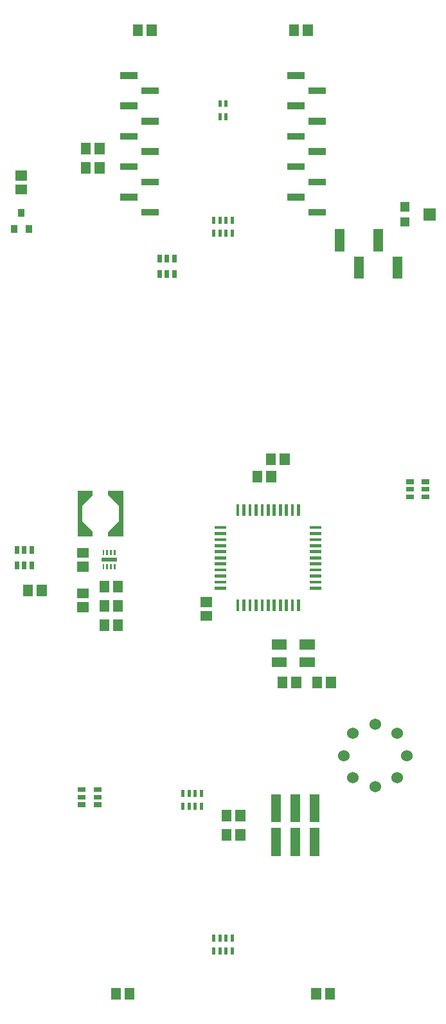
<source format=gbr>
G04 start of page 10 for group -4015 idx -4015 *
G04 Title: (unknown), toppaste *
G04 Creator: pcb 20140316 *
G04 CreationDate: Tue 22 Aug 2017 02:05:26 AM GMT UTC *
G04 For: railfan *
G04 Format: Gerber/RS-274X *
G04 PCB-Dimensions (mil): 2750.00 5500.00 *
G04 PCB-Coordinate-Origin: lower left *
%MOIN*%
%FSLAX25Y25*%
%LNTOPPASTE*%
%ADD142R,0.0350X0.0350*%
%ADD141C,0.0600*%
%ADD140R,0.0500X0.0500*%
%ADD139R,0.0340X0.0340*%
%ADD138C,0.0001*%
%ADD137R,0.0230X0.0230*%
%ADD136R,0.0197X0.0197*%
%ADD135R,0.0098X0.0098*%
%ADD134R,0.0512X0.0512*%
%ADD133R,0.0240X0.0240*%
%ADD132R,0.0630X0.0630*%
%ADD131R,0.0470X0.0470*%
%ADD130R,0.0167X0.0167*%
%ADD129R,0.0157X0.0157*%
G54D129*X145252Y243028D02*Y238602D01*
X148401Y243028D02*Y238602D01*
X151551Y243028D02*Y238602D01*
X154700Y243028D02*Y238602D01*
X157850Y243028D02*Y238602D01*
X161000Y243028D02*Y238602D01*
X164149Y243028D02*Y238602D01*
X167299Y243028D02*Y238602D01*
X170448Y243028D02*Y238602D01*
X173598Y243028D02*Y238602D01*
X176748Y243028D02*Y238602D01*
X183472Y249752D02*X187898D01*
X183472Y252901D02*X187898D01*
X183472Y256051D02*X187898D01*
X183472Y259200D02*X187898D01*
X183472Y262350D02*X187898D01*
X183472Y265500D02*X187898D01*
X183472Y268649D02*X187898D01*
X183472Y271799D02*X187898D01*
X183472Y274948D02*X187898D01*
X183472Y278098D02*X187898D01*
X183472Y281248D02*X187898D01*
X176748Y292398D02*Y287972D01*
X173599Y292398D02*Y287972D01*
X170449Y292398D02*Y287972D01*
X167300Y292398D02*Y287972D01*
X164150Y292398D02*Y287972D01*
X161000Y292398D02*Y287972D01*
X157851Y292398D02*Y287972D01*
X154701Y292398D02*Y287972D01*
X151552Y292398D02*Y287972D01*
X148402Y292398D02*Y287972D01*
X145252Y292398D02*Y287972D01*
X134102Y281248D02*X138528D01*
X134102Y278099D02*X138528D01*
X134102Y274949D02*X138528D01*
X134102Y271800D02*X138528D01*
X134102Y268650D02*X138528D01*
X134102Y265500D02*X138528D01*
X134102Y262351D02*X138528D01*
X134102Y259201D02*X138528D01*
X134102Y256052D02*X138528D01*
X134102Y252902D02*X138528D01*
X134102Y249752D02*X138528D01*
G54D130*X132776Y434587D02*Y432717D01*
X135925Y434587D02*Y432717D01*
X139075Y434587D02*Y432717D01*
X142224Y434587D02*Y432717D01*
Y441283D02*Y439413D01*
X139075Y441283D02*Y439413D01*
X135925Y441283D02*Y439413D01*
X132776Y441283D02*Y439413D01*
G54D131*X231950Y447401D02*Y447400D01*
Y439600D02*Y439599D01*
G54D132*X244750Y443500D02*Y443499D01*
G54D133*X30600Y262300D02*Y260700D01*
X34500Y262300D02*Y260700D01*
X38400Y262300D02*Y260700D01*
Y270500D02*Y268900D01*
X34500Y270500D02*Y268900D01*
X30600Y270500D02*Y268900D01*
G54D134*X36457Y248893D02*Y248107D01*
X43543Y248893D02*Y248107D01*
X75957Y250893D02*Y250107D01*
X83043Y250893D02*Y250107D01*
Y230893D02*Y230107D01*
X75957Y230893D02*Y230107D01*
X83043Y240893D02*Y240107D01*
X75957Y240893D02*Y240107D01*
X64607Y247043D02*X65393D01*
X64607Y239957D02*X65393D01*
G54D135*X75547Y261744D02*Y259972D01*
X77516Y261744D02*Y259972D01*
X79484Y261744D02*Y259972D01*
X81453Y261744D02*Y259972D01*
Y269028D02*Y267256D01*
X79484Y269028D02*Y267256D01*
X77516Y269028D02*Y267256D01*
X75547Y269028D02*Y267256D01*
G54D136*Y264500D02*X81453D01*
G54D134*X64607Y268043D02*X65393D01*
X64607Y260957D02*X65393D01*
G54D137*X63300Y299200D02*Y277800D01*
X68900D01*
X63300Y299200D02*X68900D01*
X84700D02*Y277800D01*
X79100D02*X84700D01*
X79100Y299200D02*X84700D01*
G54D138*G36*
X64450Y284544D02*X70044Y278950D01*
X67923Y276829D01*
X62329Y282423D01*
X64450Y284544D01*
G37*
G36*
X62329Y294577D02*X67923Y300171D01*
X70044Y298050D01*
X64450Y292456D01*
X62329Y294577D01*
G37*
G36*
X77956Y278950D02*X83550Y284544D01*
X85671Y282423D01*
X80077Y276829D01*
X77956Y278950D01*
G37*
G36*
X80077Y300171D02*X85671Y294577D01*
X83550Y292456D01*
X77956Y298050D01*
X80077Y300171D01*
G37*
G36*
X62650Y280750D02*Y277150D01*
X66250D01*
Y280750D01*
X62650D01*
G37*
G36*
Y299850D02*Y296250D01*
X66250D01*
Y299850D01*
X62650D01*
G37*
G36*
X81750Y280750D02*Y277150D01*
X85350D01*
Y280750D01*
X81750D01*
G37*
G36*
Y299850D02*Y296250D01*
X85350D01*
Y299850D01*
X81750D01*
G37*
G54D139*X29100Y436300D02*Y435700D01*
X36900Y436300D02*Y435700D01*
X33000Y444500D02*Y443900D01*
G54D134*X32607Y456457D02*X33393D01*
X32607Y463543D02*X33393D01*
X193543Y201393D02*Y200607D01*
X186457Y201393D02*Y200607D01*
X168457Y201393D02*Y200607D01*
X175543Y201393D02*Y200607D01*
X128607Y242543D02*X129393D01*
X128607Y235457D02*X129393D01*
X169543Y316893D02*Y316107D01*
X162457Y316893D02*Y316107D01*
X155457Y307893D02*Y307107D01*
X162543Y307893D02*Y307107D01*
X73543Y467893D02*Y467107D01*
X66457Y467893D02*Y467107D01*
X73543Y477893D02*Y477107D01*
X66457Y477893D02*Y477107D01*
G54D140*X165000Y123004D02*Y113516D01*
X175000Y123004D02*Y113516D01*
X185000Y123004D02*Y113516D01*
Y140484D02*Y130996D01*
X175000Y140484D02*Y130996D01*
X165000Y140484D02*Y130996D01*
G54D134*X139457Y122393D02*Y121607D01*
X146543Y122393D02*Y121607D01*
X139457Y132393D02*Y131607D01*
X146543Y132393D02*Y131607D01*
G54D130*X116776Y137587D02*Y135717D01*
X119925Y137587D02*Y135717D01*
X123075Y137587D02*Y135717D01*
X126224Y137587D02*Y135717D01*
Y144283D02*Y142413D01*
X123075Y144283D02*Y142413D01*
X119925Y144283D02*Y142413D01*
X116776Y144283D02*Y142413D01*
X135925Y495087D02*Y493217D01*
X139075Y495087D02*Y493217D01*
Y501783D02*Y499913D01*
X135925Y501783D02*Y499913D01*
G54D140*X198000Y433413D02*Y426760D01*
X208000Y419240D02*Y412587D01*
X218000Y433413D02*Y426760D01*
X228000Y419240D02*Y412587D01*
G54D134*X179906Y220528D02*X182661D01*
X165339D02*X168094D01*
X165339Y211472D02*X168094D01*
X179906D02*X182661D01*
X93457Y539393D02*Y538607D01*
X100543Y539393D02*Y538607D01*
X181543Y539393D02*Y538607D01*
X174457Y539393D02*Y538607D01*
G54D141*X216500Y179250D03*
Y146750D03*
X200250Y163000D03*
X232750D03*
X205010Y151510D03*
X227990D03*
X205010Y174490D03*
X227990D03*
G54D142*X85945Y515433D02*X91457D01*
X85945Y499685D02*X91457D01*
X85945Y483937D02*X91457D01*
X85945Y468189D02*X91457D01*
X85945Y452441D02*X91457D01*
X96929Y444567D02*X102441D01*
X96929Y460315D02*X102441D01*
X96929Y476063D02*X102441D01*
X96929Y491811D02*X102441D01*
X96929Y507559D02*X102441D01*
X172559Y515433D02*X178071D01*
X172559Y499685D02*X178071D01*
X172559Y483937D02*X178071D01*
X172559Y468189D02*X178071D01*
X172559Y452441D02*X178071D01*
X183543Y444567D02*X189055D01*
X183543Y460315D02*X189055D01*
X183543Y476063D02*X189055D01*
X183543Y491811D02*X189055D01*
X183543Y507559D02*X189055D01*
G54D133*X104600Y413300D02*Y411700D01*
X108500Y413300D02*Y411700D01*
X112400Y413300D02*Y411700D01*
Y421500D02*Y419900D01*
X108500Y421500D02*Y419900D01*
X104600Y421500D02*Y419900D01*
X233700Y304900D02*X235300D01*
X233700Y301000D02*X235300D01*
X233700Y297100D02*X235300D01*
X241900D02*X243500D01*
X241900Y301000D02*X243500D01*
X241900Y304900D02*X243500D01*
X71700Y137600D02*X73300D01*
X71700Y141500D02*X73300D01*
X71700Y145400D02*X73300D01*
X63500D02*X65100D01*
X63500Y141500D02*X65100D01*
X63500Y137600D02*X65100D01*
G54D134*X82043Y39893D02*Y39107D01*
X89129Y39893D02*Y39107D01*
G54D130*X142224Y69283D02*Y67413D01*
X139075Y69283D02*Y67413D01*
X135925Y69283D02*Y67413D01*
X132776Y69283D02*Y67413D01*
Y62587D02*Y60717D01*
X135925Y62587D02*Y60717D01*
X139075Y62587D02*Y60717D01*
X142224Y62587D02*Y60717D01*
G54D134*X192957Y39897D02*Y39111D01*
X185871Y39897D02*Y39111D01*
M02*

</source>
